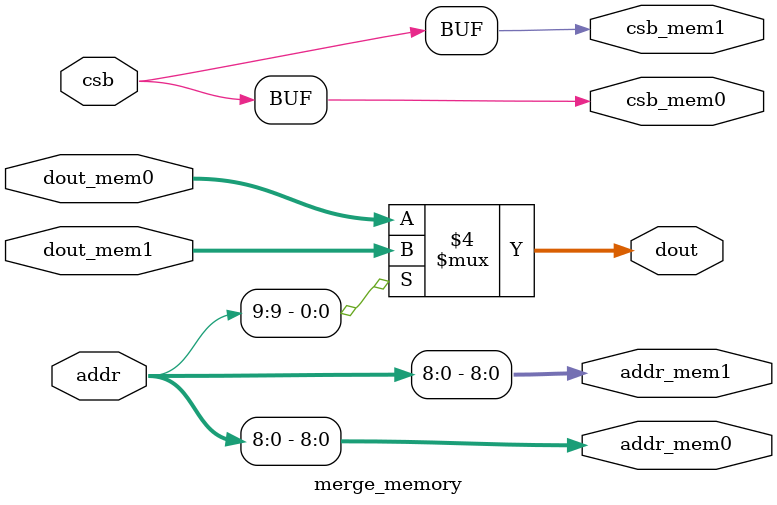
<source format=sv>

`default_nettype none
module merge_memory (
`ifdef USE_POWER_PINS
    inout vccd1,	// User area 1 1.8V supply
    inout vssd1,	// User area 1 digital ground
`endif

    // Memory interface
    input         csb,
    input  [ 9:0] addr,
    output logic [31:0] dout,
    
    // Memory 0
    output logic        csb_mem0,
    output logic [ 8:0] addr_mem0,
    input  [31:0] dout_mem0,
    
    // Memory 1
    output logic        csb_mem1,
    output logic [ 8:0] addr_mem1,
    input  [31:0] dout_mem1
);
    assign csb_mem0 = csb;
    assign csb_mem1 = csb;
    
    assign addr_mem0 = addr[8:0];
    assign addr_mem1 = addr[8:0];

    always_comb begin
        if (addr[9] == 0) begin
            dout = dout_mem0;
        end else begin
            dout = dout_mem1;
        end
    end

endmodule
`default_nettype wire

</source>
